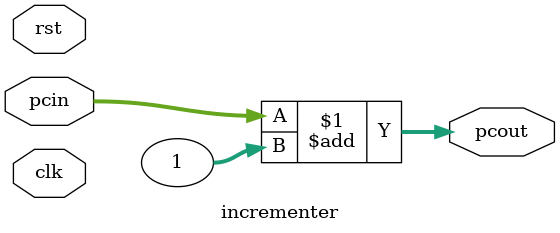
<source format=v>
`timescale 1ns / 1ps

module incrementer(
                    input clk,
                    input rst,
                    input [31:0] pcin,
                    output [31:0] pcout
                );
                
                assign pcout = pcin + 32'd1;
                  
endmodule
</source>
